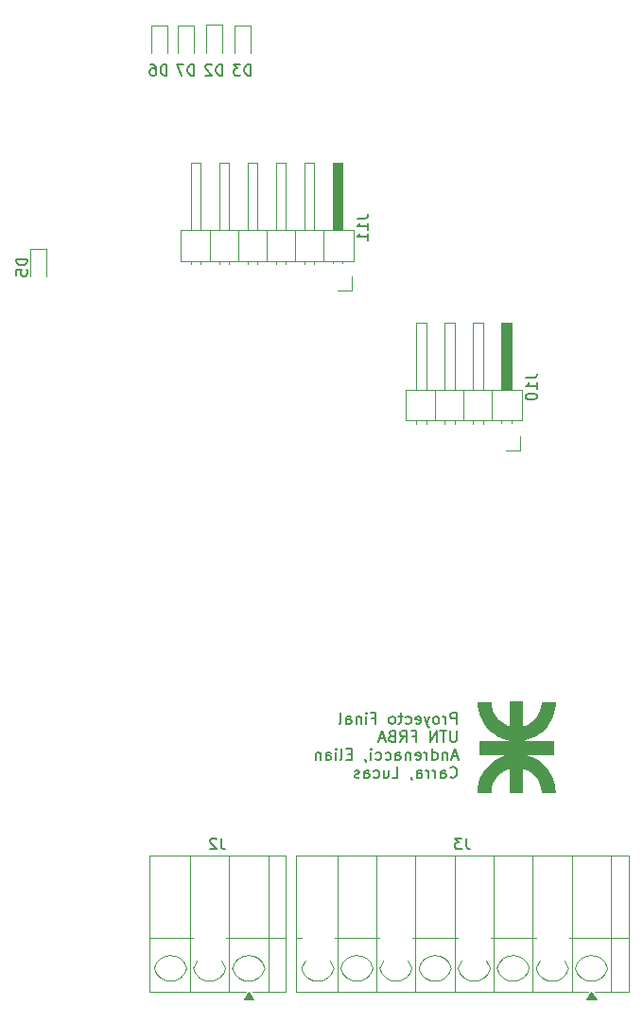
<source format=gbr>
%TF.GenerationSoftware,KiCad,Pcbnew,9.0.3*%
%TF.CreationDate,2025-08-30T18:16:35-03:00*%
%TF.ProjectId,HMI_LVDC-Inverter,484d495f-4c56-4444-932d-496e76657274,rev?*%
%TF.SameCoordinates,Original*%
%TF.FileFunction,Legend,Bot*%
%TF.FilePolarity,Positive*%
%FSLAX46Y46*%
G04 Gerber Fmt 4.6, Leading zero omitted, Abs format (unit mm)*
G04 Created by KiCad (PCBNEW 9.0.3) date 2025-08-30 18:16:35*
%MOMM*%
%LPD*%
G01*
G04 APERTURE LIST*
%ADD10C,0.150000*%
%ADD11C,0.000000*%
%ADD12C,0.120000*%
G04 APERTURE END LIST*
D10*
X146851420Y-103716587D02*
X146851420Y-102716587D01*
X146851420Y-102716587D02*
X146470468Y-102716587D01*
X146470468Y-102716587D02*
X146375230Y-102764206D01*
X146375230Y-102764206D02*
X146327611Y-102811825D01*
X146327611Y-102811825D02*
X146279992Y-102907063D01*
X146279992Y-102907063D02*
X146279992Y-103049920D01*
X146279992Y-103049920D02*
X146327611Y-103145158D01*
X146327611Y-103145158D02*
X146375230Y-103192777D01*
X146375230Y-103192777D02*
X146470468Y-103240396D01*
X146470468Y-103240396D02*
X146851420Y-103240396D01*
X145851420Y-103716587D02*
X145851420Y-103049920D01*
X145851420Y-103240396D02*
X145803801Y-103145158D01*
X145803801Y-103145158D02*
X145756182Y-103097539D01*
X145756182Y-103097539D02*
X145660944Y-103049920D01*
X145660944Y-103049920D02*
X145565706Y-103049920D01*
X145089515Y-103716587D02*
X145184753Y-103668968D01*
X145184753Y-103668968D02*
X145232372Y-103621348D01*
X145232372Y-103621348D02*
X145279991Y-103526110D01*
X145279991Y-103526110D02*
X145279991Y-103240396D01*
X145279991Y-103240396D02*
X145232372Y-103145158D01*
X145232372Y-103145158D02*
X145184753Y-103097539D01*
X145184753Y-103097539D02*
X145089515Y-103049920D01*
X145089515Y-103049920D02*
X144946658Y-103049920D01*
X144946658Y-103049920D02*
X144851420Y-103097539D01*
X144851420Y-103097539D02*
X144803801Y-103145158D01*
X144803801Y-103145158D02*
X144756182Y-103240396D01*
X144756182Y-103240396D02*
X144756182Y-103526110D01*
X144756182Y-103526110D02*
X144803801Y-103621348D01*
X144803801Y-103621348D02*
X144851420Y-103668968D01*
X144851420Y-103668968D02*
X144946658Y-103716587D01*
X144946658Y-103716587D02*
X145089515Y-103716587D01*
X144422848Y-103049920D02*
X144184753Y-103716587D01*
X143946658Y-103049920D02*
X144184753Y-103716587D01*
X144184753Y-103716587D02*
X144279991Y-103954682D01*
X144279991Y-103954682D02*
X144327610Y-104002301D01*
X144327610Y-104002301D02*
X144422848Y-104049920D01*
X143184753Y-103668968D02*
X143279991Y-103716587D01*
X143279991Y-103716587D02*
X143470467Y-103716587D01*
X143470467Y-103716587D02*
X143565705Y-103668968D01*
X143565705Y-103668968D02*
X143613324Y-103573729D01*
X143613324Y-103573729D02*
X143613324Y-103192777D01*
X143613324Y-103192777D02*
X143565705Y-103097539D01*
X143565705Y-103097539D02*
X143470467Y-103049920D01*
X143470467Y-103049920D02*
X143279991Y-103049920D01*
X143279991Y-103049920D02*
X143184753Y-103097539D01*
X143184753Y-103097539D02*
X143137134Y-103192777D01*
X143137134Y-103192777D02*
X143137134Y-103288015D01*
X143137134Y-103288015D02*
X143613324Y-103383253D01*
X142279991Y-103668968D02*
X142375229Y-103716587D01*
X142375229Y-103716587D02*
X142565705Y-103716587D01*
X142565705Y-103716587D02*
X142660943Y-103668968D01*
X142660943Y-103668968D02*
X142708562Y-103621348D01*
X142708562Y-103621348D02*
X142756181Y-103526110D01*
X142756181Y-103526110D02*
X142756181Y-103240396D01*
X142756181Y-103240396D02*
X142708562Y-103145158D01*
X142708562Y-103145158D02*
X142660943Y-103097539D01*
X142660943Y-103097539D02*
X142565705Y-103049920D01*
X142565705Y-103049920D02*
X142375229Y-103049920D01*
X142375229Y-103049920D02*
X142279991Y-103097539D01*
X141994276Y-103049920D02*
X141613324Y-103049920D01*
X141851419Y-102716587D02*
X141851419Y-103573729D01*
X141851419Y-103573729D02*
X141803800Y-103668968D01*
X141803800Y-103668968D02*
X141708562Y-103716587D01*
X141708562Y-103716587D02*
X141613324Y-103716587D01*
X141137133Y-103716587D02*
X141232371Y-103668968D01*
X141232371Y-103668968D02*
X141279990Y-103621348D01*
X141279990Y-103621348D02*
X141327609Y-103526110D01*
X141327609Y-103526110D02*
X141327609Y-103240396D01*
X141327609Y-103240396D02*
X141279990Y-103145158D01*
X141279990Y-103145158D02*
X141232371Y-103097539D01*
X141232371Y-103097539D02*
X141137133Y-103049920D01*
X141137133Y-103049920D02*
X140994276Y-103049920D01*
X140994276Y-103049920D02*
X140899038Y-103097539D01*
X140899038Y-103097539D02*
X140851419Y-103145158D01*
X140851419Y-103145158D02*
X140803800Y-103240396D01*
X140803800Y-103240396D02*
X140803800Y-103526110D01*
X140803800Y-103526110D02*
X140851419Y-103621348D01*
X140851419Y-103621348D02*
X140899038Y-103668968D01*
X140899038Y-103668968D02*
X140994276Y-103716587D01*
X140994276Y-103716587D02*
X141137133Y-103716587D01*
X139279990Y-103192777D02*
X139613323Y-103192777D01*
X139613323Y-103716587D02*
X139613323Y-102716587D01*
X139613323Y-102716587D02*
X139137133Y-102716587D01*
X138756180Y-103716587D02*
X138756180Y-103049920D01*
X138756180Y-102716587D02*
X138803799Y-102764206D01*
X138803799Y-102764206D02*
X138756180Y-102811825D01*
X138756180Y-102811825D02*
X138708561Y-102764206D01*
X138708561Y-102764206D02*
X138756180Y-102716587D01*
X138756180Y-102716587D02*
X138756180Y-102811825D01*
X138279990Y-103049920D02*
X138279990Y-103716587D01*
X138279990Y-103145158D02*
X138232371Y-103097539D01*
X138232371Y-103097539D02*
X138137133Y-103049920D01*
X138137133Y-103049920D02*
X137994276Y-103049920D01*
X137994276Y-103049920D02*
X137899038Y-103097539D01*
X137899038Y-103097539D02*
X137851419Y-103192777D01*
X137851419Y-103192777D02*
X137851419Y-103716587D01*
X136946657Y-103716587D02*
X136946657Y-103192777D01*
X136946657Y-103192777D02*
X136994276Y-103097539D01*
X136994276Y-103097539D02*
X137089514Y-103049920D01*
X137089514Y-103049920D02*
X137279990Y-103049920D01*
X137279990Y-103049920D02*
X137375228Y-103097539D01*
X136946657Y-103668968D02*
X137041895Y-103716587D01*
X137041895Y-103716587D02*
X137279990Y-103716587D01*
X137279990Y-103716587D02*
X137375228Y-103668968D01*
X137375228Y-103668968D02*
X137422847Y-103573729D01*
X137422847Y-103573729D02*
X137422847Y-103478491D01*
X137422847Y-103478491D02*
X137375228Y-103383253D01*
X137375228Y-103383253D02*
X137279990Y-103335634D01*
X137279990Y-103335634D02*
X137041895Y-103335634D01*
X137041895Y-103335634D02*
X136946657Y-103288015D01*
X136327609Y-103716587D02*
X136422847Y-103668968D01*
X136422847Y-103668968D02*
X136470466Y-103573729D01*
X136470466Y-103573729D02*
X136470466Y-102716587D01*
X146851420Y-104326531D02*
X146851420Y-105136054D01*
X146851420Y-105136054D02*
X146803801Y-105231292D01*
X146803801Y-105231292D02*
X146756182Y-105278912D01*
X146756182Y-105278912D02*
X146660944Y-105326531D01*
X146660944Y-105326531D02*
X146470468Y-105326531D01*
X146470468Y-105326531D02*
X146375230Y-105278912D01*
X146375230Y-105278912D02*
X146327611Y-105231292D01*
X146327611Y-105231292D02*
X146279992Y-105136054D01*
X146279992Y-105136054D02*
X146279992Y-104326531D01*
X145946658Y-104326531D02*
X145375230Y-104326531D01*
X145660944Y-105326531D02*
X145660944Y-104326531D01*
X145041896Y-105326531D02*
X145041896Y-104326531D01*
X145041896Y-104326531D02*
X144470468Y-105326531D01*
X144470468Y-105326531D02*
X144470468Y-104326531D01*
X142899039Y-104802721D02*
X143232372Y-104802721D01*
X143232372Y-105326531D02*
X143232372Y-104326531D01*
X143232372Y-104326531D02*
X142756182Y-104326531D01*
X141803801Y-105326531D02*
X142137134Y-104850340D01*
X142375229Y-105326531D02*
X142375229Y-104326531D01*
X142375229Y-104326531D02*
X141994277Y-104326531D01*
X141994277Y-104326531D02*
X141899039Y-104374150D01*
X141899039Y-104374150D02*
X141851420Y-104421769D01*
X141851420Y-104421769D02*
X141803801Y-104517007D01*
X141803801Y-104517007D02*
X141803801Y-104659864D01*
X141803801Y-104659864D02*
X141851420Y-104755102D01*
X141851420Y-104755102D02*
X141899039Y-104802721D01*
X141899039Y-104802721D02*
X141994277Y-104850340D01*
X141994277Y-104850340D02*
X142375229Y-104850340D01*
X141041896Y-104802721D02*
X140899039Y-104850340D01*
X140899039Y-104850340D02*
X140851420Y-104897959D01*
X140851420Y-104897959D02*
X140803801Y-104993197D01*
X140803801Y-104993197D02*
X140803801Y-105136054D01*
X140803801Y-105136054D02*
X140851420Y-105231292D01*
X140851420Y-105231292D02*
X140899039Y-105278912D01*
X140899039Y-105278912D02*
X140994277Y-105326531D01*
X140994277Y-105326531D02*
X141375229Y-105326531D01*
X141375229Y-105326531D02*
X141375229Y-104326531D01*
X141375229Y-104326531D02*
X141041896Y-104326531D01*
X141041896Y-104326531D02*
X140946658Y-104374150D01*
X140946658Y-104374150D02*
X140899039Y-104421769D01*
X140899039Y-104421769D02*
X140851420Y-104517007D01*
X140851420Y-104517007D02*
X140851420Y-104612245D01*
X140851420Y-104612245D02*
X140899039Y-104707483D01*
X140899039Y-104707483D02*
X140946658Y-104755102D01*
X140946658Y-104755102D02*
X141041896Y-104802721D01*
X141041896Y-104802721D02*
X141375229Y-104802721D01*
X140422848Y-105040816D02*
X139946658Y-105040816D01*
X140518086Y-105326531D02*
X140184753Y-104326531D01*
X140184753Y-104326531D02*
X139851420Y-105326531D01*
X146899039Y-106650760D02*
X146422849Y-106650760D01*
X146994277Y-106936475D02*
X146660944Y-105936475D01*
X146660944Y-105936475D02*
X146327611Y-106936475D01*
X145994277Y-106269808D02*
X145994277Y-106936475D01*
X145994277Y-106365046D02*
X145946658Y-106317427D01*
X145946658Y-106317427D02*
X145851420Y-106269808D01*
X145851420Y-106269808D02*
X145708563Y-106269808D01*
X145708563Y-106269808D02*
X145613325Y-106317427D01*
X145613325Y-106317427D02*
X145565706Y-106412665D01*
X145565706Y-106412665D02*
X145565706Y-106936475D01*
X144660944Y-106936475D02*
X144660944Y-105936475D01*
X144660944Y-106888856D02*
X144756182Y-106936475D01*
X144756182Y-106936475D02*
X144946658Y-106936475D01*
X144946658Y-106936475D02*
X145041896Y-106888856D01*
X145041896Y-106888856D02*
X145089515Y-106841236D01*
X145089515Y-106841236D02*
X145137134Y-106745998D01*
X145137134Y-106745998D02*
X145137134Y-106460284D01*
X145137134Y-106460284D02*
X145089515Y-106365046D01*
X145089515Y-106365046D02*
X145041896Y-106317427D01*
X145041896Y-106317427D02*
X144946658Y-106269808D01*
X144946658Y-106269808D02*
X144756182Y-106269808D01*
X144756182Y-106269808D02*
X144660944Y-106317427D01*
X144184753Y-106936475D02*
X144184753Y-106269808D01*
X144184753Y-106460284D02*
X144137134Y-106365046D01*
X144137134Y-106365046D02*
X144089515Y-106317427D01*
X144089515Y-106317427D02*
X143994277Y-106269808D01*
X143994277Y-106269808D02*
X143899039Y-106269808D01*
X143184753Y-106888856D02*
X143279991Y-106936475D01*
X143279991Y-106936475D02*
X143470467Y-106936475D01*
X143470467Y-106936475D02*
X143565705Y-106888856D01*
X143565705Y-106888856D02*
X143613324Y-106793617D01*
X143613324Y-106793617D02*
X143613324Y-106412665D01*
X143613324Y-106412665D02*
X143565705Y-106317427D01*
X143565705Y-106317427D02*
X143470467Y-106269808D01*
X143470467Y-106269808D02*
X143279991Y-106269808D01*
X143279991Y-106269808D02*
X143184753Y-106317427D01*
X143184753Y-106317427D02*
X143137134Y-106412665D01*
X143137134Y-106412665D02*
X143137134Y-106507903D01*
X143137134Y-106507903D02*
X143613324Y-106603141D01*
X142708562Y-106269808D02*
X142708562Y-106936475D01*
X142708562Y-106365046D02*
X142660943Y-106317427D01*
X142660943Y-106317427D02*
X142565705Y-106269808D01*
X142565705Y-106269808D02*
X142422848Y-106269808D01*
X142422848Y-106269808D02*
X142327610Y-106317427D01*
X142327610Y-106317427D02*
X142279991Y-106412665D01*
X142279991Y-106412665D02*
X142279991Y-106936475D01*
X141375229Y-106936475D02*
X141375229Y-106412665D01*
X141375229Y-106412665D02*
X141422848Y-106317427D01*
X141422848Y-106317427D02*
X141518086Y-106269808D01*
X141518086Y-106269808D02*
X141708562Y-106269808D01*
X141708562Y-106269808D02*
X141803800Y-106317427D01*
X141375229Y-106888856D02*
X141470467Y-106936475D01*
X141470467Y-106936475D02*
X141708562Y-106936475D01*
X141708562Y-106936475D02*
X141803800Y-106888856D01*
X141803800Y-106888856D02*
X141851419Y-106793617D01*
X141851419Y-106793617D02*
X141851419Y-106698379D01*
X141851419Y-106698379D02*
X141803800Y-106603141D01*
X141803800Y-106603141D02*
X141708562Y-106555522D01*
X141708562Y-106555522D02*
X141470467Y-106555522D01*
X141470467Y-106555522D02*
X141375229Y-106507903D01*
X140470467Y-106888856D02*
X140565705Y-106936475D01*
X140565705Y-106936475D02*
X140756181Y-106936475D01*
X140756181Y-106936475D02*
X140851419Y-106888856D01*
X140851419Y-106888856D02*
X140899038Y-106841236D01*
X140899038Y-106841236D02*
X140946657Y-106745998D01*
X140946657Y-106745998D02*
X140946657Y-106460284D01*
X140946657Y-106460284D02*
X140899038Y-106365046D01*
X140899038Y-106365046D02*
X140851419Y-106317427D01*
X140851419Y-106317427D02*
X140756181Y-106269808D01*
X140756181Y-106269808D02*
X140565705Y-106269808D01*
X140565705Y-106269808D02*
X140470467Y-106317427D01*
X139613324Y-106888856D02*
X139708562Y-106936475D01*
X139708562Y-106936475D02*
X139899038Y-106936475D01*
X139899038Y-106936475D02*
X139994276Y-106888856D01*
X139994276Y-106888856D02*
X140041895Y-106841236D01*
X140041895Y-106841236D02*
X140089514Y-106745998D01*
X140089514Y-106745998D02*
X140089514Y-106460284D01*
X140089514Y-106460284D02*
X140041895Y-106365046D01*
X140041895Y-106365046D02*
X139994276Y-106317427D01*
X139994276Y-106317427D02*
X139899038Y-106269808D01*
X139899038Y-106269808D02*
X139708562Y-106269808D01*
X139708562Y-106269808D02*
X139613324Y-106317427D01*
X139184752Y-106936475D02*
X139184752Y-106269808D01*
X139184752Y-105936475D02*
X139232371Y-105984094D01*
X139232371Y-105984094D02*
X139184752Y-106031713D01*
X139184752Y-106031713D02*
X139137133Y-105984094D01*
X139137133Y-105984094D02*
X139184752Y-105936475D01*
X139184752Y-105936475D02*
X139184752Y-106031713D01*
X138660943Y-106888856D02*
X138660943Y-106936475D01*
X138660943Y-106936475D02*
X138708562Y-107031713D01*
X138708562Y-107031713D02*
X138756181Y-107079332D01*
X137470467Y-106412665D02*
X137137134Y-106412665D01*
X136994277Y-106936475D02*
X137470467Y-106936475D01*
X137470467Y-106936475D02*
X137470467Y-105936475D01*
X137470467Y-105936475D02*
X136994277Y-105936475D01*
X136422848Y-106936475D02*
X136518086Y-106888856D01*
X136518086Y-106888856D02*
X136565705Y-106793617D01*
X136565705Y-106793617D02*
X136565705Y-105936475D01*
X136041895Y-106936475D02*
X136041895Y-106269808D01*
X136041895Y-105936475D02*
X136089514Y-105984094D01*
X136089514Y-105984094D02*
X136041895Y-106031713D01*
X136041895Y-106031713D02*
X135994276Y-105984094D01*
X135994276Y-105984094D02*
X136041895Y-105936475D01*
X136041895Y-105936475D02*
X136041895Y-106031713D01*
X135137134Y-106936475D02*
X135137134Y-106412665D01*
X135137134Y-106412665D02*
X135184753Y-106317427D01*
X135184753Y-106317427D02*
X135279991Y-106269808D01*
X135279991Y-106269808D02*
X135470467Y-106269808D01*
X135470467Y-106269808D02*
X135565705Y-106317427D01*
X135137134Y-106888856D02*
X135232372Y-106936475D01*
X135232372Y-106936475D02*
X135470467Y-106936475D01*
X135470467Y-106936475D02*
X135565705Y-106888856D01*
X135565705Y-106888856D02*
X135613324Y-106793617D01*
X135613324Y-106793617D02*
X135613324Y-106698379D01*
X135613324Y-106698379D02*
X135565705Y-106603141D01*
X135565705Y-106603141D02*
X135470467Y-106555522D01*
X135470467Y-106555522D02*
X135232372Y-106555522D01*
X135232372Y-106555522D02*
X135137134Y-106507903D01*
X134660943Y-106269808D02*
X134660943Y-106936475D01*
X134660943Y-106365046D02*
X134613324Y-106317427D01*
X134613324Y-106317427D02*
X134518086Y-106269808D01*
X134518086Y-106269808D02*
X134375229Y-106269808D01*
X134375229Y-106269808D02*
X134279991Y-106317427D01*
X134279991Y-106317427D02*
X134232372Y-106412665D01*
X134232372Y-106412665D02*
X134232372Y-106936475D01*
X146279992Y-108451180D02*
X146327611Y-108498800D01*
X146327611Y-108498800D02*
X146470468Y-108546419D01*
X146470468Y-108546419D02*
X146565706Y-108546419D01*
X146565706Y-108546419D02*
X146708563Y-108498800D01*
X146708563Y-108498800D02*
X146803801Y-108403561D01*
X146803801Y-108403561D02*
X146851420Y-108308323D01*
X146851420Y-108308323D02*
X146899039Y-108117847D01*
X146899039Y-108117847D02*
X146899039Y-107974990D01*
X146899039Y-107974990D02*
X146851420Y-107784514D01*
X146851420Y-107784514D02*
X146803801Y-107689276D01*
X146803801Y-107689276D02*
X146708563Y-107594038D01*
X146708563Y-107594038D02*
X146565706Y-107546419D01*
X146565706Y-107546419D02*
X146470468Y-107546419D01*
X146470468Y-107546419D02*
X146327611Y-107594038D01*
X146327611Y-107594038D02*
X146279992Y-107641657D01*
X145422849Y-108546419D02*
X145422849Y-108022609D01*
X145422849Y-108022609D02*
X145470468Y-107927371D01*
X145470468Y-107927371D02*
X145565706Y-107879752D01*
X145565706Y-107879752D02*
X145756182Y-107879752D01*
X145756182Y-107879752D02*
X145851420Y-107927371D01*
X145422849Y-108498800D02*
X145518087Y-108546419D01*
X145518087Y-108546419D02*
X145756182Y-108546419D01*
X145756182Y-108546419D02*
X145851420Y-108498800D01*
X145851420Y-108498800D02*
X145899039Y-108403561D01*
X145899039Y-108403561D02*
X145899039Y-108308323D01*
X145899039Y-108308323D02*
X145851420Y-108213085D01*
X145851420Y-108213085D02*
X145756182Y-108165466D01*
X145756182Y-108165466D02*
X145518087Y-108165466D01*
X145518087Y-108165466D02*
X145422849Y-108117847D01*
X144946658Y-108546419D02*
X144946658Y-107879752D01*
X144946658Y-108070228D02*
X144899039Y-107974990D01*
X144899039Y-107974990D02*
X144851420Y-107927371D01*
X144851420Y-107927371D02*
X144756182Y-107879752D01*
X144756182Y-107879752D02*
X144660944Y-107879752D01*
X144327610Y-108546419D02*
X144327610Y-107879752D01*
X144327610Y-108070228D02*
X144279991Y-107974990D01*
X144279991Y-107974990D02*
X144232372Y-107927371D01*
X144232372Y-107927371D02*
X144137134Y-107879752D01*
X144137134Y-107879752D02*
X144041896Y-107879752D01*
X143279991Y-108546419D02*
X143279991Y-108022609D01*
X143279991Y-108022609D02*
X143327610Y-107927371D01*
X143327610Y-107927371D02*
X143422848Y-107879752D01*
X143422848Y-107879752D02*
X143613324Y-107879752D01*
X143613324Y-107879752D02*
X143708562Y-107927371D01*
X143279991Y-108498800D02*
X143375229Y-108546419D01*
X143375229Y-108546419D02*
X143613324Y-108546419D01*
X143613324Y-108546419D02*
X143708562Y-108498800D01*
X143708562Y-108498800D02*
X143756181Y-108403561D01*
X143756181Y-108403561D02*
X143756181Y-108308323D01*
X143756181Y-108308323D02*
X143708562Y-108213085D01*
X143708562Y-108213085D02*
X143613324Y-108165466D01*
X143613324Y-108165466D02*
X143375229Y-108165466D01*
X143375229Y-108165466D02*
X143279991Y-108117847D01*
X142756181Y-108498800D02*
X142756181Y-108546419D01*
X142756181Y-108546419D02*
X142803800Y-108641657D01*
X142803800Y-108641657D02*
X142851419Y-108689276D01*
X141089515Y-108546419D02*
X141565705Y-108546419D01*
X141565705Y-108546419D02*
X141565705Y-107546419D01*
X140327610Y-107879752D02*
X140327610Y-108546419D01*
X140756181Y-107879752D02*
X140756181Y-108403561D01*
X140756181Y-108403561D02*
X140708562Y-108498800D01*
X140708562Y-108498800D02*
X140613324Y-108546419D01*
X140613324Y-108546419D02*
X140470467Y-108546419D01*
X140470467Y-108546419D02*
X140375229Y-108498800D01*
X140375229Y-108498800D02*
X140327610Y-108451180D01*
X139422848Y-108498800D02*
X139518086Y-108546419D01*
X139518086Y-108546419D02*
X139708562Y-108546419D01*
X139708562Y-108546419D02*
X139803800Y-108498800D01*
X139803800Y-108498800D02*
X139851419Y-108451180D01*
X139851419Y-108451180D02*
X139899038Y-108355942D01*
X139899038Y-108355942D02*
X139899038Y-108070228D01*
X139899038Y-108070228D02*
X139851419Y-107974990D01*
X139851419Y-107974990D02*
X139803800Y-107927371D01*
X139803800Y-107927371D02*
X139708562Y-107879752D01*
X139708562Y-107879752D02*
X139518086Y-107879752D01*
X139518086Y-107879752D02*
X139422848Y-107927371D01*
X138565705Y-108546419D02*
X138565705Y-108022609D01*
X138565705Y-108022609D02*
X138613324Y-107927371D01*
X138613324Y-107927371D02*
X138708562Y-107879752D01*
X138708562Y-107879752D02*
X138899038Y-107879752D01*
X138899038Y-107879752D02*
X138994276Y-107927371D01*
X138565705Y-108498800D02*
X138660943Y-108546419D01*
X138660943Y-108546419D02*
X138899038Y-108546419D01*
X138899038Y-108546419D02*
X138994276Y-108498800D01*
X138994276Y-108498800D02*
X139041895Y-108403561D01*
X139041895Y-108403561D02*
X139041895Y-108308323D01*
X139041895Y-108308323D02*
X138994276Y-108213085D01*
X138994276Y-108213085D02*
X138899038Y-108165466D01*
X138899038Y-108165466D02*
X138660943Y-108165466D01*
X138660943Y-108165466D02*
X138565705Y-108117847D01*
X138137133Y-108498800D02*
X138041895Y-108546419D01*
X138041895Y-108546419D02*
X137851419Y-108546419D01*
X137851419Y-108546419D02*
X137756181Y-108498800D01*
X137756181Y-108498800D02*
X137708562Y-108403561D01*
X137708562Y-108403561D02*
X137708562Y-108355942D01*
X137708562Y-108355942D02*
X137756181Y-108260704D01*
X137756181Y-108260704D02*
X137851419Y-108213085D01*
X137851419Y-108213085D02*
X137994276Y-108213085D01*
X137994276Y-108213085D02*
X138089514Y-108165466D01*
X138089514Y-108165466D02*
X138137133Y-108070228D01*
X138137133Y-108070228D02*
X138137133Y-108022609D01*
X138137133Y-108022609D02*
X138089514Y-107927371D01*
X138089514Y-107927371D02*
X137994276Y-107879752D01*
X137994276Y-107879752D02*
X137851419Y-107879752D01*
X137851419Y-107879752D02*
X137756181Y-107927371D01*
X125879094Y-45707619D02*
X125879094Y-44707619D01*
X125879094Y-44707619D02*
X125640999Y-44707619D01*
X125640999Y-44707619D02*
X125498142Y-44755238D01*
X125498142Y-44755238D02*
X125402904Y-44850476D01*
X125402904Y-44850476D02*
X125355285Y-44945714D01*
X125355285Y-44945714D02*
X125307666Y-45136190D01*
X125307666Y-45136190D02*
X125307666Y-45279047D01*
X125307666Y-45279047D02*
X125355285Y-45469523D01*
X125355285Y-45469523D02*
X125402904Y-45564761D01*
X125402904Y-45564761D02*
X125498142Y-45660000D01*
X125498142Y-45660000D02*
X125640999Y-45707619D01*
X125640999Y-45707619D02*
X125879094Y-45707619D01*
X124926713Y-44802857D02*
X124879094Y-44755238D01*
X124879094Y-44755238D02*
X124783856Y-44707619D01*
X124783856Y-44707619D02*
X124545761Y-44707619D01*
X124545761Y-44707619D02*
X124450523Y-44755238D01*
X124450523Y-44755238D02*
X124402904Y-44802857D01*
X124402904Y-44802857D02*
X124355285Y-44898095D01*
X124355285Y-44898095D02*
X124355285Y-44993333D01*
X124355285Y-44993333D02*
X124402904Y-45136190D01*
X124402904Y-45136190D02*
X124974332Y-45707619D01*
X124974332Y-45707619D02*
X124355285Y-45707619D01*
X108417819Y-62116905D02*
X107417819Y-62116905D01*
X107417819Y-62116905D02*
X107417819Y-62355000D01*
X107417819Y-62355000D02*
X107465438Y-62497857D01*
X107465438Y-62497857D02*
X107560676Y-62593095D01*
X107560676Y-62593095D02*
X107655914Y-62640714D01*
X107655914Y-62640714D02*
X107846390Y-62688333D01*
X107846390Y-62688333D02*
X107989247Y-62688333D01*
X107989247Y-62688333D02*
X108179723Y-62640714D01*
X108179723Y-62640714D02*
X108274961Y-62593095D01*
X108274961Y-62593095D02*
X108370200Y-62497857D01*
X108370200Y-62497857D02*
X108417819Y-62355000D01*
X108417819Y-62355000D02*
X108417819Y-62116905D01*
X107417819Y-63593095D02*
X107417819Y-63116905D01*
X107417819Y-63116905D02*
X107894009Y-63069286D01*
X107894009Y-63069286D02*
X107846390Y-63116905D01*
X107846390Y-63116905D02*
X107798771Y-63212143D01*
X107798771Y-63212143D02*
X107798771Y-63450238D01*
X107798771Y-63450238D02*
X107846390Y-63545476D01*
X107846390Y-63545476D02*
X107894009Y-63593095D01*
X107894009Y-63593095D02*
X107989247Y-63640714D01*
X107989247Y-63640714D02*
X108227342Y-63640714D01*
X108227342Y-63640714D02*
X108322580Y-63593095D01*
X108322580Y-63593095D02*
X108370200Y-63545476D01*
X108370200Y-63545476D02*
X108417819Y-63450238D01*
X108417819Y-63450238D02*
X108417819Y-63212143D01*
X108417819Y-63212143D02*
X108370200Y-63116905D01*
X108370200Y-63116905D02*
X108322580Y-63069286D01*
X120900694Y-45707619D02*
X120900694Y-44707619D01*
X120900694Y-44707619D02*
X120662599Y-44707619D01*
X120662599Y-44707619D02*
X120519742Y-44755238D01*
X120519742Y-44755238D02*
X120424504Y-44850476D01*
X120424504Y-44850476D02*
X120376885Y-44945714D01*
X120376885Y-44945714D02*
X120329266Y-45136190D01*
X120329266Y-45136190D02*
X120329266Y-45279047D01*
X120329266Y-45279047D02*
X120376885Y-45469523D01*
X120376885Y-45469523D02*
X120424504Y-45564761D01*
X120424504Y-45564761D02*
X120519742Y-45660000D01*
X120519742Y-45660000D02*
X120662599Y-45707619D01*
X120662599Y-45707619D02*
X120900694Y-45707619D01*
X119472123Y-44707619D02*
X119662599Y-44707619D01*
X119662599Y-44707619D02*
X119757837Y-44755238D01*
X119757837Y-44755238D02*
X119805456Y-44802857D01*
X119805456Y-44802857D02*
X119900694Y-44945714D01*
X119900694Y-44945714D02*
X119948313Y-45136190D01*
X119948313Y-45136190D02*
X119948313Y-45517142D01*
X119948313Y-45517142D02*
X119900694Y-45612380D01*
X119900694Y-45612380D02*
X119853075Y-45660000D01*
X119853075Y-45660000D02*
X119757837Y-45707619D01*
X119757837Y-45707619D02*
X119567361Y-45707619D01*
X119567361Y-45707619D02*
X119472123Y-45660000D01*
X119472123Y-45660000D02*
X119424504Y-45612380D01*
X119424504Y-45612380D02*
X119376885Y-45517142D01*
X119376885Y-45517142D02*
X119376885Y-45279047D01*
X119376885Y-45279047D02*
X119424504Y-45183809D01*
X119424504Y-45183809D02*
X119472123Y-45136190D01*
X119472123Y-45136190D02*
X119567361Y-45088571D01*
X119567361Y-45088571D02*
X119757837Y-45088571D01*
X119757837Y-45088571D02*
X119853075Y-45136190D01*
X119853075Y-45136190D02*
X119900694Y-45183809D01*
X119900694Y-45183809D02*
X119948313Y-45279047D01*
X137940219Y-58498676D02*
X138654504Y-58498676D01*
X138654504Y-58498676D02*
X138797361Y-58451057D01*
X138797361Y-58451057D02*
X138892600Y-58355819D01*
X138892600Y-58355819D02*
X138940219Y-58212962D01*
X138940219Y-58212962D02*
X138940219Y-58117724D01*
X138940219Y-59498676D02*
X138940219Y-58927248D01*
X138940219Y-59212962D02*
X137940219Y-59212962D01*
X137940219Y-59212962D02*
X138083076Y-59117724D01*
X138083076Y-59117724D02*
X138178314Y-59022486D01*
X138178314Y-59022486D02*
X138225933Y-58927248D01*
X138940219Y-60451057D02*
X138940219Y-59879629D01*
X138940219Y-60165343D02*
X137940219Y-60165343D01*
X137940219Y-60165343D02*
X138083076Y-60070105D01*
X138083076Y-60070105D02*
X138178314Y-59974867D01*
X138178314Y-59974867D02*
X138225933Y-59879629D01*
X123339094Y-45707619D02*
X123339094Y-44707619D01*
X123339094Y-44707619D02*
X123100999Y-44707619D01*
X123100999Y-44707619D02*
X122958142Y-44755238D01*
X122958142Y-44755238D02*
X122862904Y-44850476D01*
X122862904Y-44850476D02*
X122815285Y-44945714D01*
X122815285Y-44945714D02*
X122767666Y-45136190D01*
X122767666Y-45136190D02*
X122767666Y-45279047D01*
X122767666Y-45279047D02*
X122815285Y-45469523D01*
X122815285Y-45469523D02*
X122862904Y-45564761D01*
X122862904Y-45564761D02*
X122958142Y-45660000D01*
X122958142Y-45660000D02*
X123100999Y-45707619D01*
X123100999Y-45707619D02*
X123339094Y-45707619D01*
X122434332Y-44707619D02*
X121767666Y-44707619D01*
X121767666Y-44707619D02*
X122196237Y-45707619D01*
X153027819Y-72773476D02*
X153742104Y-72773476D01*
X153742104Y-72773476D02*
X153884961Y-72725857D01*
X153884961Y-72725857D02*
X153980200Y-72630619D01*
X153980200Y-72630619D02*
X154027819Y-72487762D01*
X154027819Y-72487762D02*
X154027819Y-72392524D01*
X154027819Y-73773476D02*
X154027819Y-73202048D01*
X154027819Y-73487762D02*
X153027819Y-73487762D01*
X153027819Y-73487762D02*
X153170676Y-73392524D01*
X153170676Y-73392524D02*
X153265914Y-73297286D01*
X153265914Y-73297286D02*
X153313533Y-73202048D01*
X153027819Y-74392524D02*
X153027819Y-74487762D01*
X153027819Y-74487762D02*
X153075438Y-74583000D01*
X153075438Y-74583000D02*
X153123057Y-74630619D01*
X153123057Y-74630619D02*
X153218295Y-74678238D01*
X153218295Y-74678238D02*
X153408771Y-74725857D01*
X153408771Y-74725857D02*
X153646866Y-74725857D01*
X153646866Y-74725857D02*
X153837342Y-74678238D01*
X153837342Y-74678238D02*
X153932580Y-74630619D01*
X153932580Y-74630619D02*
X153980200Y-74583000D01*
X153980200Y-74583000D02*
X154027819Y-74487762D01*
X154027819Y-74487762D02*
X154027819Y-74392524D01*
X154027819Y-74392524D02*
X153980200Y-74297286D01*
X153980200Y-74297286D02*
X153932580Y-74249667D01*
X153932580Y-74249667D02*
X153837342Y-74202048D01*
X153837342Y-74202048D02*
X153646866Y-74154429D01*
X153646866Y-74154429D02*
X153408771Y-74154429D01*
X153408771Y-74154429D02*
X153218295Y-74202048D01*
X153218295Y-74202048D02*
X153123057Y-74249667D01*
X153123057Y-74249667D02*
X153075438Y-74297286D01*
X153075438Y-74297286D02*
X153027819Y-74392524D01*
X147706333Y-113932419D02*
X147706333Y-114646704D01*
X147706333Y-114646704D02*
X147753952Y-114789561D01*
X147753952Y-114789561D02*
X147849190Y-114884800D01*
X147849190Y-114884800D02*
X147992047Y-114932419D01*
X147992047Y-114932419D02*
X148087285Y-114932419D01*
X147325380Y-113932419D02*
X146706333Y-113932419D01*
X146706333Y-113932419D02*
X147039666Y-114313371D01*
X147039666Y-114313371D02*
X146896809Y-114313371D01*
X146896809Y-114313371D02*
X146801571Y-114360990D01*
X146801571Y-114360990D02*
X146753952Y-114408609D01*
X146753952Y-114408609D02*
X146706333Y-114503847D01*
X146706333Y-114503847D02*
X146706333Y-114741942D01*
X146706333Y-114741942D02*
X146753952Y-114837180D01*
X146753952Y-114837180D02*
X146801571Y-114884800D01*
X146801571Y-114884800D02*
X146896809Y-114932419D01*
X146896809Y-114932419D02*
X147182523Y-114932419D01*
X147182523Y-114932419D02*
X147277761Y-114884800D01*
X147277761Y-114884800D02*
X147325380Y-114837180D01*
X128419094Y-45707619D02*
X128419094Y-44707619D01*
X128419094Y-44707619D02*
X128180999Y-44707619D01*
X128180999Y-44707619D02*
X128038142Y-44755238D01*
X128038142Y-44755238D02*
X127942904Y-44850476D01*
X127942904Y-44850476D02*
X127895285Y-44945714D01*
X127895285Y-44945714D02*
X127847666Y-45136190D01*
X127847666Y-45136190D02*
X127847666Y-45279047D01*
X127847666Y-45279047D02*
X127895285Y-45469523D01*
X127895285Y-45469523D02*
X127942904Y-45564761D01*
X127942904Y-45564761D02*
X128038142Y-45660000D01*
X128038142Y-45660000D02*
X128180999Y-45707619D01*
X128180999Y-45707619D02*
X128419094Y-45707619D01*
X127514332Y-44707619D02*
X126895285Y-44707619D01*
X126895285Y-44707619D02*
X127228618Y-45088571D01*
X127228618Y-45088571D02*
X127085761Y-45088571D01*
X127085761Y-45088571D02*
X126990523Y-45136190D01*
X126990523Y-45136190D02*
X126942904Y-45183809D01*
X126942904Y-45183809D02*
X126895285Y-45279047D01*
X126895285Y-45279047D02*
X126895285Y-45517142D01*
X126895285Y-45517142D02*
X126942904Y-45612380D01*
X126942904Y-45612380D02*
X126990523Y-45660000D01*
X126990523Y-45660000D02*
X127085761Y-45707619D01*
X127085761Y-45707619D02*
X127371475Y-45707619D01*
X127371475Y-45707619D02*
X127466713Y-45660000D01*
X127466713Y-45660000D02*
X127514332Y-45612380D01*
X125773133Y-113932419D02*
X125773133Y-114646704D01*
X125773133Y-114646704D02*
X125820752Y-114789561D01*
X125820752Y-114789561D02*
X125915990Y-114884800D01*
X125915990Y-114884800D02*
X126058847Y-114932419D01*
X126058847Y-114932419D02*
X126154085Y-114932419D01*
X125344561Y-114027657D02*
X125296942Y-113980038D01*
X125296942Y-113980038D02*
X125201704Y-113932419D01*
X125201704Y-113932419D02*
X124963609Y-113932419D01*
X124963609Y-113932419D02*
X124868371Y-113980038D01*
X124868371Y-113980038D02*
X124820752Y-114027657D01*
X124820752Y-114027657D02*
X124773133Y-114122895D01*
X124773133Y-114122895D02*
X124773133Y-114218133D01*
X124773133Y-114218133D02*
X124820752Y-114360990D01*
X124820752Y-114360990D02*
X125392180Y-114932419D01*
X125392180Y-114932419D02*
X124773133Y-114932419D01*
D11*
%TO.C,G\u002A\u002A\u002A*%
G36*
X152820309Y-102811300D02*
G01*
X152820453Y-103015837D01*
X152820870Y-103208296D01*
X152821531Y-103385244D01*
X152822412Y-103543246D01*
X152823485Y-103678870D01*
X152824725Y-103788680D01*
X152826104Y-103869244D01*
X152827598Y-103917128D01*
X152828874Y-103929600D01*
X152864919Y-103921549D01*
X152927265Y-103899795D01*
X153007374Y-103867938D01*
X153096709Y-103829576D01*
X153186733Y-103788309D01*
X153268908Y-103747735D01*
X153302033Y-103730126D01*
X153519870Y-103591390D01*
X153726824Y-103422102D01*
X153915194Y-103229803D01*
X154077275Y-103022036D01*
X154161101Y-102888909D01*
X154250413Y-102712681D01*
X154327178Y-102521384D01*
X154388381Y-102325188D01*
X154431007Y-102134259D01*
X154452040Y-101958768D01*
X154453744Y-101902073D01*
X154454000Y-101770794D01*
X155089046Y-101770794D01*
X155724093Y-101770794D01*
X155711093Y-101998413D01*
X155671759Y-102351233D01*
X155595496Y-102696482D01*
X155483965Y-103031478D01*
X155338825Y-103353540D01*
X155161736Y-103659986D01*
X154954359Y-103948133D01*
X154718354Y-104215301D01*
X154455380Y-104458808D01*
X154167099Y-104675971D01*
X153980758Y-104793636D01*
X153741750Y-104920704D01*
X153485434Y-105032544D01*
X153224835Y-105124103D01*
X152972978Y-105190327D01*
X152941863Y-105196751D01*
X152871517Y-105214603D01*
X152829541Y-105233590D01*
X152820309Y-105246278D01*
X152826606Y-105251273D01*
X152847066Y-105255599D01*
X152884041Y-105259299D01*
X152939885Y-105262415D01*
X153016950Y-105264993D01*
X153117590Y-105267073D01*
X153244157Y-105268699D01*
X153399005Y-105269915D01*
X153584485Y-105270764D01*
X153802952Y-105271288D01*
X154056757Y-105271531D01*
X154201166Y-105271560D01*
X155582024Y-105271560D01*
X155582024Y-105884194D01*
X155582024Y-106496828D01*
X154342169Y-106497114D01*
X153102315Y-106497401D01*
X153328233Y-106573425D01*
X153661818Y-106705850D01*
X153980900Y-106872709D01*
X154282096Y-107071324D01*
X154562024Y-107299019D01*
X154817301Y-107553116D01*
X155044545Y-107830939D01*
X155191038Y-108047598D01*
X155341889Y-108318568D01*
X155470502Y-108606664D01*
X155574656Y-108904534D01*
X155652129Y-109204821D01*
X155700699Y-109500170D01*
X155718145Y-109783228D01*
X155718165Y-109792616D01*
X155718165Y-109900350D01*
X155088682Y-109900350D01*
X154459200Y-109900350D01*
X154448811Y-109710725D01*
X154415242Y-109446060D01*
X154345207Y-109185112D01*
X154241135Y-108931983D01*
X154105456Y-108690774D01*
X153940600Y-108465588D01*
X153748996Y-108260526D01*
X153533073Y-108079689D01*
X153446995Y-108019402D01*
X153355081Y-107962856D01*
X153248601Y-107904621D01*
X153137230Y-107849295D01*
X153030643Y-107801482D01*
X152938512Y-107765782D01*
X152875967Y-107747814D01*
X152820309Y-107736683D01*
X152820309Y-108828241D01*
X152820309Y-109919799D01*
X152217399Y-109919799D01*
X151614490Y-109919799D01*
X151614490Y-108828563D01*
X151614490Y-107737328D01*
X151561006Y-107750611D01*
X151480638Y-107775846D01*
X151379244Y-107815297D01*
X151269358Y-107863515D01*
X151163515Y-107915054D01*
X151088641Y-107955909D01*
X150844573Y-108120102D01*
X150628184Y-108311521D01*
X150439201Y-108530461D01*
X150277352Y-108777219D01*
X150203060Y-108918191D01*
X150098326Y-109169563D01*
X150026169Y-109424778D01*
X149988634Y-109676359D01*
X149986267Y-109710725D01*
X149975143Y-109900350D01*
X149345888Y-109900350D01*
X148716634Y-109900350D01*
X148716634Y-109778286D01*
X148721716Y-109652029D01*
X148735953Y-109501402D01*
X148757828Y-109339442D01*
X148785823Y-109179181D01*
X148787073Y-109172867D01*
X148841492Y-108955520D01*
X148919709Y-108722306D01*
X149017070Y-108483877D01*
X149128918Y-108250889D01*
X149250600Y-108033994D01*
X149352988Y-107877686D01*
X149438605Y-107766907D01*
X149547892Y-107640676D01*
X149673213Y-107506629D01*
X149806933Y-107372401D01*
X149941416Y-107245628D01*
X150069027Y-107133945D01*
X150182130Y-107044986D01*
X150194735Y-107035939D01*
X150332617Y-106945912D01*
X150495706Y-106851813D01*
X150672221Y-106759589D01*
X150850376Y-106675183D01*
X151018391Y-106604540D01*
X151128272Y-106564945D01*
X151332483Y-106498125D01*
X150092629Y-106497476D01*
X148852774Y-106496828D01*
X148852774Y-105884194D01*
X148852774Y-105271560D01*
X150233632Y-105271560D01*
X150501158Y-105271486D01*
X150732361Y-105271227D01*
X150929813Y-105270728D01*
X151096089Y-105269936D01*
X151233761Y-105268796D01*
X151345404Y-105267254D01*
X151433591Y-105265255D01*
X151500895Y-105262745D01*
X151549890Y-105259670D01*
X151583149Y-105255975D01*
X151603246Y-105251606D01*
X151612755Y-105246508D01*
X151614490Y-105242387D01*
X151598565Y-105217634D01*
X151580454Y-105213036D01*
X151529275Y-105206524D01*
X151449843Y-105188940D01*
X151350396Y-105162676D01*
X151239174Y-105130124D01*
X151124417Y-105093675D01*
X151014364Y-105055723D01*
X150933785Y-105025305D01*
X150606183Y-104875144D01*
X150298571Y-104693900D01*
X150012758Y-104484049D01*
X149750550Y-104248072D01*
X149513755Y-103988446D01*
X149304180Y-103707650D01*
X149123632Y-103408161D01*
X148973919Y-103092459D01*
X148856847Y-102763022D01*
X148774224Y-102422327D01*
X148727857Y-102072854D01*
X148722589Y-101992953D01*
X148710684Y-101770794D01*
X149345741Y-101770794D01*
X149980799Y-101770794D01*
X149980799Y-101895062D01*
X149988435Y-102020460D01*
X150009553Y-102166142D01*
X150041468Y-102317013D01*
X150080243Y-102454159D01*
X150187143Y-102720943D01*
X150326734Y-102971148D01*
X150495914Y-103201533D01*
X150691580Y-103408860D01*
X150910629Y-103589886D01*
X151149959Y-103741374D01*
X151406467Y-103860083D01*
X151437704Y-103871770D01*
X151510022Y-103897803D01*
X151567327Y-103917754D01*
X151600681Y-103928542D01*
X151605325Y-103929600D01*
X151607001Y-103910723D01*
X151608579Y-103856384D01*
X151610029Y-103770014D01*
X151611323Y-103655048D01*
X151612435Y-103514921D01*
X151613335Y-103353064D01*
X151613995Y-103172914D01*
X151614387Y-102977902D01*
X151614490Y-102811300D01*
X151614490Y-101693000D01*
X152217399Y-101693000D01*
X152820309Y-101693000D01*
X152820309Y-102811300D01*
G37*
D12*
%TO.C,D2*%
X124430000Y-41200000D02*
X125900000Y-41200000D01*
X124430000Y-43660000D02*
X124430000Y-41200000D01*
X125900000Y-41200000D02*
X125900000Y-43660000D01*
%TO.C,D5*%
X108658000Y-61195000D02*
X110128000Y-61195000D01*
X108658000Y-63655000D02*
X108658000Y-61195000D01*
X110128000Y-61195000D02*
X110128000Y-63655000D01*
%TO.C,D6*%
X119478400Y-41205200D02*
X120948400Y-41205200D01*
X119478400Y-43665200D02*
X119478400Y-41205200D01*
X120948400Y-41205200D02*
X120948400Y-43665200D01*
%TO.C,J11*%
X122135400Y-59543200D02*
X137595400Y-59543200D01*
X122135400Y-62303200D02*
X122135400Y-59543200D01*
X123085400Y-53543200D02*
X123085400Y-59543200D01*
X123085400Y-62615842D02*
X123085400Y-62303200D01*
X123945400Y-53543200D02*
X123085400Y-53543200D01*
X123945400Y-59543200D02*
X123945400Y-53543200D01*
X123945400Y-62615842D02*
X123945400Y-62303200D01*
X124785400Y-62303200D02*
X124785400Y-59543200D01*
X125625400Y-53543200D02*
X125625400Y-59543200D01*
X125625400Y-62615842D02*
X125625400Y-62303200D01*
X126485400Y-53543200D02*
X125625400Y-53543200D01*
X126485400Y-59543200D02*
X126485400Y-53543200D01*
X126485400Y-62615842D02*
X126485400Y-62303200D01*
X127325400Y-62303200D02*
X127325400Y-59543200D01*
X128165400Y-53543200D02*
X128165400Y-59543200D01*
X128165400Y-62615842D02*
X128165400Y-62303200D01*
X129025400Y-53543200D02*
X128165400Y-53543200D01*
X129025400Y-59543200D02*
X129025400Y-53543200D01*
X129025400Y-62615842D02*
X129025400Y-62303200D01*
X129865400Y-62303200D02*
X129865400Y-59543200D01*
X130705400Y-53543200D02*
X130705400Y-59543200D01*
X130705400Y-62615842D02*
X130705400Y-62303200D01*
X131565400Y-53543200D02*
X130705400Y-53543200D01*
X131565400Y-59543200D02*
X131565400Y-53543200D01*
X131565400Y-62615842D02*
X131565400Y-62303200D01*
X132405400Y-62303200D02*
X132405400Y-59543200D01*
X133245400Y-53543200D02*
X133245400Y-59543200D01*
X133245400Y-62615842D02*
X133245400Y-62303200D01*
X134105400Y-53543200D02*
X133245400Y-53543200D01*
X134105400Y-59543200D02*
X134105400Y-53543200D01*
X134105400Y-62615842D02*
X134105400Y-62303200D01*
X134945400Y-62303200D02*
X134945400Y-59543200D01*
X135785400Y-62533200D02*
X135785400Y-62303200D01*
X136215400Y-64963200D02*
X137485400Y-64963200D01*
X136645400Y-62533200D02*
X136645400Y-62303200D01*
X137485400Y-64963200D02*
X137485400Y-63693200D01*
X137595400Y-59543200D02*
X137595400Y-62303200D01*
X137595400Y-62303200D02*
X122135400Y-62303200D01*
X136645400Y-59543200D02*
X135785400Y-59543200D01*
X135785400Y-53543200D01*
X136645400Y-53543200D01*
X136645400Y-59543200D01*
G36*
X136645400Y-59543200D02*
G01*
X135785400Y-59543200D01*
X135785400Y-53543200D01*
X136645400Y-53543200D01*
X136645400Y-59543200D01*
G37*
%TO.C,D7*%
X121866000Y-41205200D02*
X123336000Y-41205200D01*
X121866000Y-43665200D02*
X121866000Y-41205200D01*
X123336000Y-41205200D02*
X123336000Y-43665200D01*
%TO.C,J10*%
X142303000Y-73818000D02*
X152683000Y-73818000D01*
X142303000Y-76578000D02*
X142303000Y-73818000D01*
X143253000Y-67818000D02*
X143253000Y-73818000D01*
X143253000Y-76890642D02*
X143253000Y-76578000D01*
X144113000Y-67818000D02*
X143253000Y-67818000D01*
X144113000Y-73818000D02*
X144113000Y-67818000D01*
X144113000Y-76890642D02*
X144113000Y-76578000D01*
X144953000Y-76578000D02*
X144953000Y-73818000D01*
X145793000Y-67818000D02*
X145793000Y-73818000D01*
X145793000Y-76890642D02*
X145793000Y-76578000D01*
X146653000Y-67818000D02*
X145793000Y-67818000D01*
X146653000Y-73818000D02*
X146653000Y-67818000D01*
X146653000Y-76890642D02*
X146653000Y-76578000D01*
X147493000Y-76578000D02*
X147493000Y-73818000D01*
X148333000Y-67818000D02*
X148333000Y-73818000D01*
X148333000Y-76890642D02*
X148333000Y-76578000D01*
X149193000Y-67818000D02*
X148333000Y-67818000D01*
X149193000Y-73818000D02*
X149193000Y-67818000D01*
X149193000Y-76890642D02*
X149193000Y-76578000D01*
X150033000Y-76578000D02*
X150033000Y-73818000D01*
X150873000Y-76808000D02*
X150873000Y-76578000D01*
X151303000Y-79238000D02*
X152573000Y-79238000D01*
X151733000Y-76808000D02*
X151733000Y-76578000D01*
X152573000Y-79238000D02*
X152573000Y-77968000D01*
X152683000Y-73818000D02*
X152683000Y-76578000D01*
X152683000Y-76578000D02*
X142303000Y-76578000D01*
X151733000Y-73818000D02*
X150873000Y-73818000D01*
X150873000Y-67818000D01*
X151733000Y-67818000D01*
X151733000Y-73818000D01*
G36*
X151733000Y-73818000D02*
G01*
X150873000Y-73818000D01*
X150873000Y-67818000D01*
X151733000Y-67818000D01*
X151733000Y-73818000D01*
G37*
%TO.C,J3*%
X132503000Y-115477600D02*
X132503000Y-127717600D01*
X132503000Y-127717600D02*
X158623000Y-127717600D01*
X132943000Y-122897600D02*
X132503000Y-122897600D01*
X136173000Y-115477600D02*
X136173000Y-127717600D01*
X139673000Y-115477600D02*
X139673000Y-127717600D01*
X139943000Y-122897600D02*
X135903000Y-122897600D01*
X143173000Y-115477600D02*
X143173000Y-127717600D01*
X146673000Y-115477600D02*
X146673000Y-127717600D01*
X146943000Y-122897600D02*
X142903000Y-122897600D01*
X150173000Y-115477600D02*
X150173000Y-127717600D01*
X153673000Y-115477600D02*
X153673000Y-127717600D01*
X153943000Y-122897600D02*
X149903000Y-122897600D01*
X157173000Y-115477600D02*
X157173000Y-127717600D01*
X159223000Y-127717600D02*
X162243000Y-127717600D01*
X160673000Y-115477600D02*
X160673000Y-127717600D01*
X162243000Y-115477600D02*
X132503000Y-115477600D01*
X162243000Y-122897600D02*
X156903000Y-122897600D01*
X162243000Y-127717600D02*
X162243000Y-115477600D01*
X132973000Y-125597600D02*
G75*
G02*
X133328006Y-124927606I1446500J-337400D01*
G01*
X135518000Y-124927600D02*
G75*
G02*
X135872990Y-125597602I-1091200J-1007200D01*
G01*
X135873000Y-125597600D02*
G75*
G02*
X132973000Y-125597600I-1450000J339130D01*
G01*
X136473000Y-125597600D02*
G75*
G02*
X139373000Y-125597600I1450000J-339130D01*
G01*
X139373000Y-125597600D02*
G75*
G02*
X136473000Y-125597600I-1450000J339130D01*
G01*
X139973000Y-125597600D02*
G75*
G02*
X140328006Y-124927606I1446500J-337400D01*
G01*
X142518000Y-124927600D02*
G75*
G02*
X142872990Y-125597602I-1091200J-1007200D01*
G01*
X142873000Y-125597600D02*
G75*
G02*
X139973000Y-125597600I-1450000J339130D01*
G01*
X143473000Y-125597600D02*
G75*
G02*
X146373000Y-125597600I1450000J-339130D01*
G01*
X146373000Y-125597600D02*
G75*
G02*
X143473000Y-125597600I-1450000J339130D01*
G01*
X146973000Y-125597600D02*
G75*
G02*
X147328006Y-124927606I1446500J-337400D01*
G01*
X149518000Y-124927600D02*
G75*
G02*
X149872990Y-125597602I-1091200J-1007200D01*
G01*
X149873000Y-125597600D02*
G75*
G02*
X146973000Y-125597600I-1450000J339130D01*
G01*
X150473000Y-125597600D02*
G75*
G02*
X153373000Y-125597600I1450000J-339130D01*
G01*
X153373000Y-125597600D02*
G75*
G02*
X150473000Y-125597600I-1450000J339130D01*
G01*
X153973000Y-125597600D02*
G75*
G02*
X154328000Y-124927600I1446460J-337360D01*
G01*
X156518000Y-124927600D02*
G75*
G02*
X156873000Y-125597600I-1091290J-1007270D01*
G01*
X156873000Y-125597600D02*
G75*
G02*
X153973000Y-125597600I-1450000J339130D01*
G01*
X157473000Y-125597600D02*
G75*
G02*
X160373000Y-125597600I1450000J-339130D01*
G01*
X160373000Y-125597600D02*
G75*
G02*
X157473000Y-125597600I-1450000J339130D01*
G01*
X159363000Y-128327600D02*
X158483000Y-128327600D01*
X158923000Y-127717600D01*
X159363000Y-128327600D01*
G36*
X159363000Y-128327600D02*
G01*
X158483000Y-128327600D01*
X158923000Y-127717600D01*
X159363000Y-128327600D01*
G37*
%TO.C,D3*%
X126946000Y-41205200D02*
X128416000Y-41205200D01*
X126946000Y-43665200D02*
X126946000Y-41205200D01*
X128416000Y-41205200D02*
X128416000Y-43665200D01*
%TO.C,J2*%
X119319800Y-115477600D02*
X119319800Y-127717600D01*
X119319800Y-127717600D02*
X127939800Y-127717600D01*
X122989800Y-115477600D02*
X122989800Y-127717600D01*
X123259800Y-122897600D02*
X119319800Y-122897600D01*
X126489800Y-115477600D02*
X126489800Y-127717600D01*
X128539800Y-127717600D02*
X131559800Y-127717600D01*
X129989800Y-115477600D02*
X129989800Y-127717600D01*
X131559800Y-115477600D02*
X119319800Y-115477600D01*
X131559800Y-122897600D02*
X126219800Y-122897600D01*
X131559800Y-127717600D02*
X131559800Y-115477600D01*
X119789800Y-125597600D02*
G75*
G02*
X122689800Y-125597600I1450000J-339130D01*
G01*
X122689800Y-125597600D02*
G75*
G02*
X119789800Y-125597600I-1450000J339130D01*
G01*
X123289800Y-125597600D02*
G75*
G02*
X123644800Y-124927600I1446460J-337360D01*
G01*
X125834800Y-124927600D02*
G75*
G02*
X126189800Y-125597600I-1091290J-1007270D01*
G01*
X126189800Y-125597600D02*
G75*
G02*
X123289800Y-125597600I-1450000J339130D01*
G01*
X126789800Y-125597600D02*
G75*
G02*
X129689800Y-125597600I1450000J-339130D01*
G01*
X129689800Y-125597600D02*
G75*
G02*
X126789800Y-125597600I-1450000J339130D01*
G01*
X128679800Y-128327600D02*
X127799800Y-128327600D01*
X128239800Y-127717600D01*
X128679800Y-128327600D01*
G36*
X128679800Y-128327600D02*
G01*
X127799800Y-128327600D01*
X128239800Y-127717600D01*
X128679800Y-128327600D01*
G37*
%TD*%
M02*

</source>
